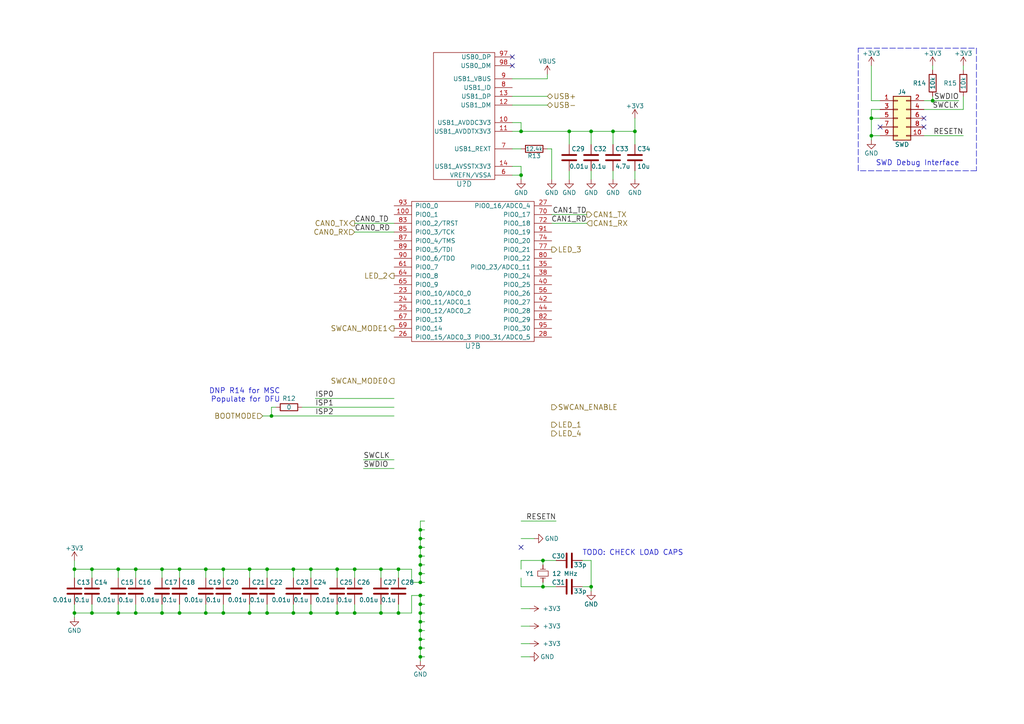
<source format=kicad_sch>
(kicad_sch (version 20231120) (generator "eeschema") (generator_version "8.0")
  (paper "A4")
  (title_block (title "CANtact FD") (rev "A") (company "Linklayer Labs") (comment 2 "CC BY-SA 4.0"))
  (lib_symbols
    (symbol "cantactpro-rescue:+3.3V-power" (power) (pin_names (offset 0))
      (property "Value" "+3.3V-power" (at 0 3.556 0))
      (symbol "+3.3V-power_0_1"
        (polyline (pts (xy -0.762 1.27) (xy 0 2.54)))
        (polyline (pts (xy 0 0) (xy 0 2.54)))
        (polyline (pts (xy 0 2.54) (xy 0.762 1.27)))
      )
      (symbol "+3.3V-power_1_1"
        (pin power_in line (at 0 0 90) (length 0) hide (name "+3V3") (number "1"))
      )
    )
    (symbol "cantactpro-rescue:C-device" (pin_numbers hide) (pin_names (offset 0.254))
      (property "Reference" "C" (at 0.635 2.54 0))
      (property "Value" "C-device" (at 0.635 -2.54 0))
      (symbol "C-device_0_1"
        (polyline (pts (xy -2.032 -0.762) (xy 2.032 -0.762)) (stroke (width 0.508)))
        (polyline (pts (xy -2.032 0.762) (xy 2.032 0.762)) (stroke (width 0.508)))
      )
      (symbol "C-device_1_1"
        (pin passive line (at 0 3.81 270) (length 2.794) (name "~") (number "1"))
        (pin passive line (at 0 -3.81 90) (length 2.794) (name "~") (number "2"))
      )
    )
    (symbol "cantactpro-rescue:Conn_02x05_Odd_Even" (pin_names (offset 1.016) hide)
      (property "Reference" "J" (at 1.27 7.62 0))
      (property "Value" "Conn_02x05_Odd_Even" (at 1.27 -7.62 0))
      (symbol "Conn_02x05_Odd_Even_1_1"
        (rectangle (start -1.27 -4.953) (end 0 -5.207) (stroke (width 0.1524)))
        (rectangle (start -1.27 -2.413) (end 0 -2.667) (stroke (width 0.1524)))
        (rectangle (start -1.27 0.127) (end 0 -0.127) (stroke (width 0.1524)))
        (rectangle (start -1.27 2.667) (end 0 2.413) (stroke (width 0.1524)))
        (rectangle (start -1.27 5.207) (end 0 4.953) (stroke (width 0.1524)))
        (rectangle (start -1.27 6.35) (end 3.81 -6.35) (stroke (width 0.254)) (fill (type background)))
        (rectangle (start 3.81 -4.953) (end 2.54 -5.207) (stroke (width 0.1524)))
        (rectangle (start 3.81 -2.413) (end 2.54 -2.667) (stroke (width 0.1524)))
        (rectangle (start 3.81 0.127) (end 2.54 -0.127) (stroke (width 0.1524)))
        (rectangle (start 3.81 2.667) (end 2.54 2.413) (stroke (width 0.1524)))
        (rectangle (start 3.81 5.207) (end 2.54 4.953) (stroke (width 0.1524)))
        (pin passive line (at -5.08 5.08 0) (length 3.81) (name "Pin_1") (number "1"))
        (pin passive line (at 7.62 -5.08 180) (length 3.81) (name "Pin_10") (number "10"))
        (pin passive line (at 7.62 5.08 180) (length 3.81) (name "Pin_2") (number "2"))
        (pin passive line (at -5.08 2.54 0) (length 3.81) (name "Pin_3") (number "3"))
        (pin passive line (at 7.62 2.54 180) (length 3.81) (name "Pin_4") (number "4"))
        (pin passive line (at -5.08 0 0) (length 3.81) (name "Pin_5") (number "5"))
        (pin passive line (at 7.62 0 180) (length 3.81) (name "Pin_6") (number "6"))
        (pin passive line (at -5.08 -2.54 0) (length 3.81) (name "Pin_7") (number "7"))
        (pin passive line (at 7.62 -2.54 180) (length 3.81) (name "Pin_8") (number "8"))
        (pin passive line (at -5.08 -5.08 0) (length 3.81) (name "Pin_9") (number "9"))
      )
    )
    (symbol "cantactpro-rescue:Crystal_Small-device" (pin_numbers hide) (pin_names (offset 1.016) hide)
      (property "Reference" "Y" (at 0 2.54 0))
      (property "Value" "Crystal_Small-device" (at 0 -2.54 0))
      (symbol "Crystal_Small-device_0_1"
        (rectangle (start -0.762 -1.524) (end 0.762 1.524))
        (polyline (pts (xy -1.27 -0.762) (xy -1.27 0.762)))
        (polyline (pts (xy 1.27 -0.762) (xy 1.27 0.762)))
      )
      (symbol "Crystal_Small-device_1_1"
        (pin passive line (at -2.54 0 0) (length 1.27) (name "1") (number "1"))
        (pin passive line (at 2.54 0 180) (length 1.27) (name "2") (number "2"))
      )
    )
    (symbol "cantactpro-rescue:GND-power" (power) (pin_names (offset 0))
      (property "Value" "GND-power" (at 0 -3.81 0))
      (symbol "GND-power_0_1"
        (polyline (pts (xy 0 0) (xy 0 -1.27) (xy 1.27 -1.27) (xy 0 -2.54) (xy -1.27 -1.27) (xy 0 -1.27)))
      )
      (symbol "GND-power_1_1"
        (pin power_in line (at 0 0 270) (length 0) hide (name "GND") (number "1"))
      )
    )
    (symbol "cantactpro-rescue:R-device" (pin_numbers hide) (pin_names (offset 0))
      (property "Reference" "R" (at 2.032 0 90))
      (property "Value" "R-device" (at 0 0 90))
      (symbol "R-device_0_1"
        (rectangle (start -1.016 -2.54) (end 1.016 2.54) (stroke (width 0.254)))
      )
      (symbol "R-device_1_1"
        (pin passive line (at 0 3.81 270) (length 1.27) (name "~") (number "1"))
        (pin passive line (at 0 -3.81 90) (length 1.27) (name "~") (number "2"))
      )
    )
    (symbol "cantactpro-rescue:VBUS" (power) (pin_names (offset 0))
      (property "Value" "VBUS" (at 0 3.81 0))
      (symbol "VBUS_0_1"
        (polyline (pts (xy -0.762 1.27) (xy 0 2.54)))
        (polyline (pts (xy 0 0) (xy 0 2.54)))
        (polyline (pts (xy 0 2.54) (xy 0.762 1.27)))
      )
      (symbol "VBUS_1_1"
        (pin power_in line (at 0 0 90) (length 0) hide (name "VBUS") (number "1"))
      )
    )
    (symbol "cantactpro:LPC54616J512BD100" (pin_names (offset 1.016))
      (property "Reference" "U" (at 0 -1.27 0))
      (property "Value" "LPC54616J512BD100" (at 1.27 -3.81 0))
      (symbol "LPC54616J512BD100_1_1"
        (rectangle (start -8.89 41.91) (end 8.89 0))
        (pin input line (at -13.97 40.64 0) (length 5.08) (name "VDD") (number "1"))
        (pin input line (at 13.97 24.13 180) (length 5.08) (name "XTALOUT") (number "19"))
        (pin input line (at -13.97 19.05 0) (length 5.08) (name "VSS") (number "2"))
        (pin input line (at 13.97 26.67 180) (length 5.08) (name "XTALIN") (number "20"))
        (pin input line (at -13.97 38.1 0) (length 5.08) (name "VDD") (number "21"))
        (pin input line (at -13.97 16.51 0) (length 5.08) (name "VSS") (number "22"))
        (pin input line (at 13.97 1.27 180) (length 5.08) (name "VSSA") (number "30"))
        (pin input line (at 13.97 5.08 180) (length 5.08) (name "VREFP") (number "31"))
        (pin input line (at 13.97 10.16 180) (length 5.08) (name "VDDA") (number "32"))
        (pin input line (at -13.97 35.56 0) (length 5.08) (name "VDD") (number "33"))
        (pin input line (at -13.97 13.97 0) (length 5.08) (name "VSS") (number "34"))
        (pin input line (at 13.97 15.24 180) (length 5.08) (name "VBAT") (number "45"))
        (pin input line (at 13.97 40.64 180) (length 5.08) (name "RESETN") (number "48"))
        (pin input line (at -13.97 11.43 0) (length 5.08) (name "VSS") (number "49"))
        (pin input line (at -13.97 33.02 0) (length 5.08) (name "VDD") (number "50"))
        (pin input line (at 13.97 35.56 180) (length 5.08) (name "RTCXIN") (number "51"))
        (pin input line (at 13.97 33.02 180) (length 5.08) (name "RTCXOUT") (number "52"))
        (pin input line (at -13.97 8.89 0) (length 5.08) (name "VSS") (number "53"))
        (pin input line (at -13.97 30.48 0) (length 5.08) (name "VDD") (number "54"))
        (pin input line (at -13.97 6.35 0) (length 5.08) (name "VSS") (number "71"))
        (pin input line (at -13.97 27.94 0) (length 5.08) (name "VDD") (number "75"))
        (pin input line (at -13.97 25.4 0) (length 5.08) (name "VDD") (number "76"))
        (pin input line (at -13.97 3.81 0) (length 5.08) (name "VSS") (number "79"))
        (pin input line (at -13.97 1.27 0) (length 5.08) (name "VSS") (number "96"))
        (pin input line (at -13.97 22.86 0) (length 5.08) (name "VDD") (number "99"))
      )
      (symbol "LPC54616J512BD100_2_1"
        (rectangle (start -17.78 40.64) (end 17.78 0))
        (pin input line (at -22.86 36.83 0) (length 5.08) (name "PIO0_1") (number "100"))
        (pin input line (at -22.86 13.97 0) (length 5.08) (name "PIO0_10/ADC0_0") (number "23"))
        (pin input line (at -22.86 11.43 0) (length 5.08) (name "PIO0_11/ADC0_1") (number "24"))
        (pin input line (at -22.86 8.89 0) (length 5.08) (name "PIO0_12/ADC0_2") (number "25"))
        (pin input line (at -22.86 1.27 0) (length 5.08) (name "PIO0_15/ADC0_3") (number "26"))
        (pin input line (at 22.86 39.37 180) (length 5.08) (name "PIO0_16/ADC0_4") (number "27"))
        (pin input line (at 22.86 1.27 180) (length 5.08) (name "PIO0_31/ADC0_5") (number "28"))
        (pin input line (at 22.86 21.59 180) (length 5.08) (name "PIO0_23/ADC0_11") (number "35"))
        (pin input line (at 22.86 19.05 180) (length 5.08) (name "PIO0_24") (number "38"))
        (pin input line (at 22.86 16.51 180) (length 5.08) (name "PIO0_25") (number "40"))
        (pin input line (at 22.86 11.43 180) (length 5.08) (name "PIO0_27") (number "42"))
        (pin input line (at 22.86 8.89 180) (length 5.08) (name "PIO0_28") (number "44"))
        (pin input line (at 22.86 13.97 180) (length 5.08) (name "PIO0_26") (number "56"))
        (pin input line (at -22.86 21.59 0) (length 5.08) (name "PIO0_7") (number "61"))
        (pin input line (at -22.86 19.05 0) (length 5.08) (name "PIO0_8") (number "64"))
        (pin input line (at -22.86 16.51 0) (length 5.08) (name "PIO0_9") (number "65"))
        (pin input line (at -22.86 6.35 0) (length 5.08) (name "PIO0_13") (number "67"))
        (pin input line (at -22.86 3.81 0) (length 5.08) (name "PIO0_14") (number "69"))
        (pin input line (at 22.86 36.83 180) (length 5.08) (name "PIO0_17") (number "70"))
        (pin input line (at 22.86 34.29 180) (length 5.08) (name "PIO0_18") (number "72"))
        (pin input line (at 22.86 29.21 180) (length 5.08) (name "PIO0_20") (number "74"))
        (pin input line (at 22.86 26.67 180) (length 5.08) (name "PIO0_21") (number "77"))
        (pin input line (at 22.86 24.13 180) (length 5.08) (name "PIO0_22") (number "80"))
        (pin input line (at 22.86 6.35 180) (length 5.08) (name "PIO0_29") (number "82"))
        (pin input line (at -22.86 34.29 0) (length 5.08) (name "PIO0_2/TRST") (number "83"))
        (pin input line (at -22.86 31.75 0) (length 5.08) (name "PIO0_3/TCK") (number "85"))
        (pin input line (at -22.86 29.21 0) (length 5.08) (name "PIO0_4/TMS") (number "87"))
        (pin input line (at -22.86 26.67 0) (length 5.08) (name "PIO0_5/TDI") (number "89"))
        (pin input line (at -22.86 24.13 0) (length 5.08) (name "PIO0_6/TDO") (number "90"))
        (pin input line (at 22.86 31.75 180) (length 5.08) (name "PIO0_19") (number "91"))
        (pin input line (at -22.86 39.37 0) (length 5.08) (name "PIO0_0") (number "93"))
        (pin input line (at 22.86 3.81 180) (length 5.08) (name "PIO0_30") (number "95"))
      )
      (symbol "LPC54616J512BD100_3_1"
        (rectangle (start -17.78 40.64) (end 17.78 0))
        (pin input line (at -22.86 24.13 0) (length 5.08) (name "PIO1_6") (number "15"))
        (pin input line (at 22.86 31.75 180) (length 5.08) (name "PIO1_19") (number "16"))
        (pin input line (at 22.86 29.21 180) (length 5.08) (name "PIO1_20") (number "17"))
        (pin input line (at -22.86 21.59 0) (length 5.08) (name "PIO1_7") (number "18"))
        (pin input line (at -22.86 39.37 0) (length 5.08) (name "PIO1_0/ADC0_6") (number "29"))
        (pin input line (at -22.86 29.21 0) (length 5.08) (name "PIO1_4") (number "3"))
        (pin input line (at -22.86 19.05 0) (length 5.08) (name "PIO1_8") (number "36"))
        (pin input line (at 22.86 26.67 180) (length 5.08) (name "PIO1_21") (number "37"))
        (pin input line (at -22.86 16.51 0) (length 5.08) (name "PIO1_9") (number "39"))
        (pin input line (at -22.86 26.67 0) (length 5.08) (name "PIO1_5") (number "4"))
        (pin input line (at -22.86 13.97 0) (length 5.08) (name "PIO1_10") (number "41"))
        (pin input line (at 22.86 24.13 180) (length 5.08) (name "PIO1_22") (number "43"))
        (pin input line (at 22.86 21.59 180) (length 5.08) (name "PIO1_23") (number "46"))
        (pin input line (at 22.86 36.83 180) (length 5.08) (name "PIO1_17") (number "47"))
        (pin input line (at 22.86 34.29 180) (length 5.08) (name "PIO1_18") (number "5"))
        (pin input line (at -22.86 36.83 0) (length 5.08) (name "PIO1_1") (number "55"))
        (pin input line (at 22.86 19.05 180) (length 5.08) (name "PIO1_24") (number "57"))
        (pin input line (at -22.86 34.29 0) (length 5.08) (name "PIO1_2") (number "58"))
        (pin input line (at 22.86 16.51 180) (length 5.08) (name "PIO1_25") (number "59"))
        (pin input line (at -22.86 31.75 0) (length 5.08) (name "PIO1_3") (number "60"))
        (pin input line (at -22.86 8.89 0) (length 5.08) (name "PIO1_12") (number "62"))
        (pin input line (at 22.86 13.97 180) (length 5.08) (name "PIO1_26") (number "63"))
        (pin input line (at -22.86 6.35 0) (length 5.08) (name "PIO1_13") (number "66"))
        (pin input line (at 22.86 11.43 180) (length 5.08) (name "PIO1_27") (number "68"))
        (pin input line (at 22.86 8.89 180) (length 5.08) (name "PIO1_28") (number "73"))
        (pin input line (at -22.86 3.81 0) (length 5.08) (name "PIO1_14") (number "78"))
        (pin input line (at 22.86 6.35 180) (length 5.08) (name "PIO1_29") (number "81"))
        (pin input line (at -22.86 1.27 0) (length 5.08) (name "PIO1_15") (number "84"))
        (pin input line (at 22.86 3.81 180) (length 5.08) (name "PIO1_30") (number "86"))
        (pin input line (at 22.86 39.37 180) (length 5.08) (name "PIO1_16") (number "88"))
        (pin input line (at 22.86 1.27 180) (length 5.08) (name "PIO1_31") (number "92"))
        (pin input line (at -22.86 11.43 0) (length 5.08) (name "PIO1_11") (number "94"))
      )
      (symbol "LPC54616J512BD100_4_1"
        (rectangle (start 8.89 36.83) (end -8.89 0))
        (pin input line (at 13.97 16.51 180) (length 5.08) (name "USB1_AVDDC3V3") (number "10"))
        (pin input line (at 13.97 13.97 180) (length 5.08) (name "USB1_AVDDTX3V3") (number "11"))
        (pin input line (at 13.97 21.59 180) (length 5.08) (name "USB1_DM") (number "12"))
        (pin input line (at 13.97 24.13 180) (length 5.08) (name "USB1_DP") (number "13"))
        (pin input line (at 13.97 3.81 180) (length 5.08) (name "USB1_AVSSTX3V3") (number "14"))
        (pin input line (at 13.97 1.27 180) (length 5.08) (name "VREFN/VSSA") (number "6"))
        (pin input line (at 13.97 8.89 180) (length 5.08) (name "USB1_REXT") (number "7"))
        (pin input line (at 13.97 26.67 180) (length 5.08) (name "USB1_ID") (number "8"))
        (pin input line (at 13.97 29.21 180) (length 5.08) (name "USB1_VBUS") (number "9"))
        (pin input line (at 13.97 35.56 180) (length 5.08) (name "USB0_DP") (number "97"))
        (pin input line (at 13.97 33.02 180) (length 5.08) (name "USB0_DM") (number "98"))
      )
    )
  )
  (junction (at 121.92 177.8))
  (junction (at 270.51 29.21))
  (junction (at 26.67 177.8))
  (junction (at 110.49 177.8))
  (junction (at 121.92 158.75))
  (junction (at 110.49 165.1))
  (junction (at 78.74 120.65))
  (junction (at 39.37 177.8))
  (junction (at 121.92 187.96))
  (junction (at 102.87 165.1))
  (junction (at 184.15 38.1))
  (junction (at 121.92 153.67))
  (junction (at 90.17 177.8))
  (junction (at 121.92 185.42))
  (junction (at 97.79 165.1))
  (junction (at 46.99 177.8))
  (junction (at 157.48 162.56))
  (junction (at 34.29 165.1))
  (junction (at 52.07 165.1))
  (junction (at 121.92 166.37))
  (junction (at 115.57 177.8))
  (junction (at 90.17 165.1))
  (junction (at 26.67 165.1))
  (junction (at 59.69 177.8))
  (junction (at 177.8 38.1))
  (junction (at 121.92 168.91))
  (junction (at 64.77 177.8))
  (junction (at 77.47 165.1))
  (junction (at 157.48 170.18))
  (junction (at 171.45 170.18))
  (junction (at 252.73 39.37))
  (junction (at 121.92 190.5))
  (junction (at 72.39 177.8))
  (junction (at 72.39 165.1))
  (junction (at 97.79 177.8))
  (junction (at 21.59 177.8))
  (junction (at 121.92 182.88))
  (junction (at 121.92 161.29))
  (junction (at 121.92 156.21))
  (junction (at 21.59 165.1))
  (junction (at 77.47 177.8))
  (junction (at 85.09 165.1))
  (junction (at 121.92 163.83))
  (junction (at 151.13 38.1))
  (junction (at 252.73 34.29))
  (junction (at 52.07 177.8))
  (junction (at 121.92 172.72))
  (junction (at 115.57 165.1))
  (junction (at 121.92 175.26))
  (junction (at 171.45 38.1))
  (junction (at 34.29 177.8))
  (junction (at 85.09 177.8))
  (junction (at 102.87 177.8))
  (junction (at 151.13 50.8))
  (junction (at 64.77 165.1))
  (junction (at 59.69 165.1))
  (junction (at 165.1 38.1))
  (junction (at 46.99 165.1))
  (junction (at 121.92 180.34))
  (junction (at 39.37 165.1))
  (no_connect (at 148.59 19.05))
  (no_connect (at 148.59 16.51))
  (no_connect (at 267.97 36.83))
  (no_connect (at 255.27 36.83))
  (no_connect (at 151.13 158.75))
  (no_connect (at 267.97 34.29))
  (no_connect (at 130.81 252.73))
  (wire (pts (xy 64.77 177.8) (xy 72.39 177.8)))
  (wire (pts (xy 148.59 48.26) (xy 151.13 48.26)))
  (wire (pts (xy 110.49 177.8) (xy 115.57 177.8)))
  (wire (pts (xy 121.92 177.8) (xy 121.92 180.34)))
  (wire (pts (xy 46.99 165.1) (xy 52.07 165.1)))
  (wire (pts (xy 177.8 38.1) (xy 184.15 38.1)))
  (wire (pts (xy 151.13 165.1) (xy 151.13 162.56)))
  (wire (pts (xy 121.92 163.83) (xy 123.19 163.83)))
  (polyline (pts (xy 283.21 49.53) (xy 248.92 49.53)) (stroke (width 0) (type dash)))
  (wire (pts (xy 160.02 43.18) (xy 160.02 52.07)))
  (wire (pts (xy 252.73 39.37) (xy 252.73 40.64)))
  (wire (pts (xy 252.73 29.21) (xy 255.27 29.21)))
  (wire (pts (xy 121.92 158.75) (xy 123.19 158.75)))
  (wire (pts (xy 121.92 156.21) (xy 121.92 158.75)))
  (wire (pts (xy 121.92 172.72) (xy 123.19 172.72)))
  (wire (pts (xy 252.73 39.37) (xy 255.27 39.37)))
  (wire (pts (xy 151.13 48.26) (xy 151.13 50.8)))
  (wire (pts (xy 121.92 190.5) (xy 123.19 190.5)))
  (wire (pts (xy 26.67 175.26) (xy 26.67 177.8)))
  (wire (pts (xy 59.69 177.8) (xy 64.77 177.8)))
  (wire (pts (xy 21.59 175.26) (xy 21.59 177.8)))
  (wire (pts (xy 105.41 133.35) (xy 114.3 133.35)))
  (wire (pts (xy 184.15 34.29) (xy 184.15 38.1)))
  (wire (pts (xy 115.57 177.8) (xy 115.57 175.26)))
  (wire (pts (xy 119.38 177.8) (xy 119.38 172.72)))
  (wire (pts (xy 34.29 177.8) (xy 39.37 177.8)))
  (wire (pts (xy 39.37 165.1) (xy 39.37 167.64)))
  (wire (pts (xy 121.92 158.75) (xy 121.92 161.29)))
  (wire (pts (xy 46.99 167.64) (xy 46.99 165.1)))
  (wire (pts (xy 97.79 175.26) (xy 97.79 177.8)))
  (wire (pts (xy 171.45 49.53) (xy 171.45 52.07)))
  (wire (pts (xy 255.27 34.29) (xy 252.73 34.29)))
  (wire (pts (xy 102.87 175.26) (xy 102.87 177.8)))
  (wire (pts (xy 64.77 167.64) (xy 64.77 165.1)))
  (wire (pts (xy 110.49 175.26) (xy 110.49 177.8)))
  (wire (pts (xy 158.75 22.86) (xy 158.75 21.59)))
  (wire (pts (xy 78.74 118.11) (xy 80.01 118.11)))
  (wire (pts (xy 72.39 175.26) (xy 72.39 177.8)))
  (wire (pts (xy 39.37 175.26) (xy 39.37 177.8)))
  (wire (pts (xy 177.8 49.53) (xy 177.8 52.07)))
  (wire (pts (xy 115.57 177.8) (xy 119.38 177.8)))
  (wire (pts (xy 121.92 175.26) (xy 121.92 177.8)))
  (wire (pts (xy 90.17 177.8) (xy 97.79 177.8)))
  (wire (pts (xy 39.37 165.1) (xy 46.99 165.1)))
  (wire (pts (xy 97.79 167.64) (xy 97.79 165.1)))
  (wire (pts (xy 168.91 162.56) (xy 171.45 162.56)))
  (wire (pts (xy 34.29 165.1) (xy 39.37 165.1)))
  (wire (pts (xy 21.59 165.1) (xy 21.59 167.64)))
  (wire (pts (xy 121.92 185.42) (xy 121.92 187.96)))
  (wire (pts (xy 121.92 190.5) (xy 121.92 191.77)))
  (wire (pts (xy 85.09 177.8) (xy 90.17 177.8)))
  (wire (pts (xy 59.69 165.1) (xy 64.77 165.1)))
  (wire (pts (xy 21.59 162.56) (xy 21.59 165.1)))
  (wire (pts (xy 21.59 165.1) (xy 26.67 165.1)))
  (wire (pts (xy 171.45 38.1) (xy 177.8 38.1)))
  (wire (pts (xy 78.74 120.65) (xy 114.3 120.65)))
  (wire (pts (xy 121.92 161.29) (xy 123.19 161.29)))
  (wire (pts (xy 158.75 30.48) (xy 148.59 30.48)))
  (wire (pts (xy 270.51 19.05) (xy 270.51 20.32)))
  (wire (pts (xy 87.63 118.11) (xy 114.3 118.11)))
  (wire (pts (xy 157.48 162.56) (xy 161.29 162.56)))
  (wire (pts (xy 161.29 151.13) (xy 151.13 151.13)))
  (wire (pts (xy 171.45 162.56) (xy 171.45 170.18)))
  (wire (pts (xy 252.73 34.29) (xy 252.73 39.37)))
  (wire (pts (xy 64.77 175.26) (xy 64.77 177.8)))
  (wire (pts (xy 151.13 186.69) (xy 153.67 186.69)))
  (wire (pts (xy 157.48 170.18) (xy 161.29 170.18)))
  (wire (pts (xy 77.47 175.26) (xy 77.47 177.8)))
  (wire (pts (xy 184.15 38.1) (xy 184.15 41.91)))
  (wire (pts (xy 102.87 67.31) (xy 114.3 67.31)))
  (wire (pts (xy 121.92 151.13) (xy 123.19 151.13)))
  (wire (pts (xy 270.51 29.21) (xy 270.51 27.94)))
  (wire (pts (xy 252.73 31.75) (xy 252.73 34.29)))
  (wire (pts (xy 121.92 182.88) (xy 121.92 185.42)))
  (wire (pts (xy 90.17 167.64) (xy 90.17 165.1)))
  (wire (pts (xy 177.8 38.1) (xy 177.8 41.91)))
  (wire (pts (xy 91.44 115.57) (xy 114.3 115.57)))
  (wire (pts (xy 72.39 167.64) (xy 72.39 165.1)))
  (wire (pts (xy 72.39 165.1) (xy 77.47 165.1)))
  (wire (pts (xy 90.17 165.1) (xy 97.79 165.1)))
  (wire (pts (xy 151.13 176.53) (xy 153.67 176.53)))
  (wire (pts (xy 165.1 49.53) (xy 165.1 52.07)))
  (wire (pts (xy 151.13 162.56) (xy 157.48 162.56)))
  (wire (pts (xy 46.99 175.26) (xy 46.99 177.8)))
  (wire (pts (xy 123.19 153.67) (xy 121.92 153.67)))
  (wire (pts (xy 97.79 177.8) (xy 102.87 177.8)))
  (wire (pts (xy 121.92 151.13) (xy 121.92 153.67)))
  (wire (pts (xy 123.19 187.96) (xy 121.92 187.96)))
  (wire (pts (xy 59.69 175.26) (xy 59.69 177.8)))
  (wire (pts (xy 77.47 167.64) (xy 77.47 165.1)))
  (wire (pts (xy 170.18 64.77) (xy 160.02 64.77)))
  (wire (pts (xy 121.92 156.21) (xy 123.19 156.21)))
  (wire (pts (xy 121.92 172.72) (xy 121.92 175.26)))
  (wire (pts (xy 121.92 168.91) (xy 123.19 168.91)))
  (wire (pts (xy 64.77 165.1) (xy 72.39 165.1)))
  (wire (pts (xy 119.38 165.1) (xy 119.38 168.91)))
  (wire (pts (xy 279.4 19.05) (xy 279.4 20.32)))
  (wire (pts (xy 46.99 177.8) (xy 52.07 177.8)))
  (wire (pts (xy 72.39 177.8) (xy 77.47 177.8)))
  (wire (pts (xy 123.19 175.26) (xy 121.92 175.26)))
  (wire (pts (xy 148.59 50.8) (xy 151.13 50.8)))
  (wire (pts (xy 121.92 163.83) (xy 121.92 166.37)))
  (wire (pts (xy 115.57 165.1) (xy 115.57 167.64)))
  (wire (pts (xy 171.45 38.1) (xy 171.45 41.91)))
  (wire (pts (xy 34.29 167.64) (xy 34.29 165.1)))
  (wire (pts (xy 148.59 38.1) (xy 151.13 38.1)))
  (wire (pts (xy 21.59 177.8) (xy 21.59 179.07)))
  (wire (pts (xy 110.49 165.1) (xy 115.57 165.1)))
  (wire (pts (xy 121.92 180.34) (xy 121.92 182.88)))
  (wire (pts (xy 90.17 175.26) (xy 90.17 177.8)))
  (wire (pts (xy 105.41 135.89) (xy 114.3 135.89)))
  (wire (pts (xy 85.09 167.64) (xy 85.09 165.1)))
  (wire (pts (xy 267.97 29.21) (xy 270.51 29.21)))
  (wire (pts (xy 148.59 35.56) (xy 151.13 35.56)))
  (wire (pts (xy 151.13 38.1) (xy 165.1 38.1)))
  (wire (pts (xy 102.87 165.1) (xy 110.49 165.1)))
  (wire (pts (xy 153.67 181.61) (xy 151.13 181.61)))
  (wire (pts (xy 26.67 165.1) (xy 34.29 165.1)))
  (wire (pts (xy 121.92 166.37) (xy 123.19 166.37)))
  (wire (pts (xy 102.87 64.77) (xy 114.3 64.77)))
  (wire (pts (xy 158.75 43.18) (xy 160.02 43.18)))
  (wire (pts (xy 77.47 165.1) (xy 85.09 165.1)))
  (wire (pts (xy 34.29 175.26) (xy 34.29 177.8)))
  (wire (pts (xy 121.92 166.37) (xy 121.92 168.91)))
  (wire (pts (xy 110.49 167.64) (xy 110.49 165.1)))
  (wire (pts (xy 52.07 167.64) (xy 52.07 165.1)))
  (wire (pts (xy 171.45 170.18) (xy 171.45 171.45)))
  (polyline (pts (xy 248.92 49.53) (xy 248.92 13.97)) (stroke (width 0) (type dash)))
  (wire (pts (xy 78.74 120.65) (xy 78.74 118.11)))
  (wire (pts (xy 52.07 177.8) (xy 59.69 177.8)))
  (wire (pts (xy 76.2 120.65) (xy 78.74 120.65)))
  (wire (pts (xy 267.97 31.75) (xy 279.4 31.75)))
  (wire (pts (xy 77.47 177.8) (xy 85.09 177.8)))
  (wire (pts (xy 252.73 19.05) (xy 252.73 29.21)))
  (wire (pts (xy 97.79 165.1) (xy 102.87 165.1)))
  (wire (pts (xy 59.69 167.64) (xy 59.69 165.1)))
  (wire (pts (xy 157.48 170.18) (xy 157.48 168.91)))
  (wire (pts (xy 121.92 177.8) (xy 123.19 177.8)))
  (wire (pts (xy 151.13 170.18) (xy 151.13 167.64)))
  (wire (pts (xy 168.91 170.18) (xy 171.45 170.18)))
  (wire (pts (xy 85.09 165.1) (xy 90.17 165.1)))
  (wire (pts (xy 151.13 156.21) (xy 154.94 156.21)))
  (wire (pts (xy 158.75 27.94) (xy 148.59 27.94)))
  (wire (pts (xy 121.92 187.96) (xy 121.92 190.5)))
  (wire (pts (xy 151.13 50.8) (xy 151.13 52.07)))
  (wire (pts (xy 52.07 175.26) (xy 52.07 177.8)))
  (wire (pts (xy 123.19 182.88) (xy 121.92 182.88)))
  (wire (pts (xy 26.67 167.64) (xy 26.67 165.1)))
  (wire (pts (xy 279.4 31.75) (xy 279.4 27.94)))
  (wire (pts (xy 151.13 170.18) (xy 157.48 170.18)))
  (wire (pts (xy 270.51 29.21) (xy 278.13 29.21)))
  (wire (pts (xy 148.59 22.86) (xy 158.75 22.86)))
  (polyline (pts (xy 248.92 13.97) (xy 283.21 13.97)) (stroke (width 0) (type dash)))
  (wire (pts (xy 184.15 49.53) (xy 184.15 52.07)))
  (wire (pts (xy 52.07 165.1) (xy 59.69 165.1)))
  (wire (pts (xy 121.92 153.67) (xy 121.92 156.21)))
  (wire (pts (xy 102.87 177.8) (xy 110.49 177.8)))
  (wire (pts (xy 255.27 31.75) (xy 252.73 31.75)))
  (wire (pts (xy 119.38 172.72) (xy 121.92 172.72)))
  (wire (pts (xy 279.4 39.37) (xy 267.97 39.37)))
  (wire (pts (xy 165.1 38.1) (xy 171.45 38.1)))
  (wire (pts (xy 157.48 163.83) (xy 157.48 162.56)))
  (wire (pts (xy 170.18 62.23) (xy 160.02 62.23)))
  (polyline (pts (xy 283.21 13.97) (xy 283.21 49.53)) (stroke (width 0) (type dash)))
  (wire (pts (xy 26.67 177.8) (xy 34.29 177.8)))
  (wire (pts (xy 39.37 177.8) (xy 46.99 177.8)))
  (wire (pts (xy 165.1 38.1) (xy 165.1 41.91)))
  (wire (pts (xy 151.13 43.18) (xy 148.59 43.18)))
  (wire (pts (xy 85.09 175.26) (xy 85.09 177.8)))
  (wire (pts (xy 123.19 185.42) (xy 121.92 185.42)))
  (wire (pts (xy 102.87 167.64) (xy 102.87 165.1)))
  (wire (pts (xy 123.19 180.34) (xy 121.92 180.34)))
  (wire (pts (xy 121.92 161.29) (xy 121.92 163.83)))
  (wire (pts (xy 119.38 168.91) (xy 121.92 168.91)))
  (wire (pts (xy 153.67 190.5) (xy 151.13 190.5)))
  (wire (pts (xy 21.59 177.8) (xy 26.67 177.8)))
  (wire (pts (xy 115.57 165.1) (xy 119.38 165.1)))
  (wire (pts (xy 151.13 35.56) (xy 151.13 38.1)))
  (text "TODO: CHECK LOAD CAPS" (at 168.91 161.29 0) (effects (font (size 1.524 1.524)) (justify left bottom)))
  (text "SWD Debug Interface" (at 254 48.26 0) (effects (font (size 1.524 1.524)) (justify left bottom)))
  (text "DNP R14 for MSC\nPopulate for DFU" (at 81.28 116.84 0) (effects (font (size 1.524 1.524)) (justify right bottom)))
  (label "ISP2" (at 91.44 120.65 0) (effects (font (size 1.524 1.524))))
  (label "CAN0_TD" (at 102.87 64.77 0) (effects (font (size 1.524 1.524))))
  (label "CAN1_TD" (at 170.18 62.23 180) (effects (font (size 1.524 1.524))))
  (label "CAN1_RD" (at 170.18 64.77 180) (effects (font (size 1.524 1.524))))
  (label "SWDIO" (at 105.41 135.89 0) (effects (font (size 1.524 1.524))))
  (label "ISP1" (at 91.44 118.11 0) (effects (font (size 1.524 1.524))))
  (label "SWCLK" (at 105.41 133.35 0) (effects (font (size 1.524 1.524))))
  (label "RESETN" (at 161.29 151.13 180) (effects (font (size 1.524 1.524))))
  (label "CAN0_RD" (at 102.87 67.31 0) (effects (font (size 1.524 1.524))))
  (label "RESETN" (at 279.4 39.37 180) (effects (font (size 1.524 1.524))))
  (label "SWDIO" (at 278.13 29.21 180) (effects (font (size 1.524 1.524))))
  (label "ISP0" (at 91.44 115.57 0) (effects (font (size 1.524 1.524))))
  (label "SWCLK" (at 278.13 31.75 180) (effects (font (size 1.524 1.524))))
  (hierarchical_label "CAN1_TX" (shape output) (at 170.18 62.23 0) (effects (font (size 1.524 1.524))))
  (hierarchical_label "CAN1_RX" (shape input) (at 170.18 64.77 0) (effects (font (size 1.524 1.524))))
  (hierarchical_label "BOOTMODE" (shape input) (at 76.2 120.65 180) (effects (font (size 1.524 1.524))))
  (hierarchical_label "SWCAN_MODE1" (shape output) (at 114.3 95.25 180) (effects (font (size 1.524 1.524))))
  (hierarchical_label "USB+" (shape bidirectional) (at 158.75 27.94 0) (effects (font (size 1.524 1.524))))
  (hierarchical_label "LED_4" (shape output) (at 160.02 125.73 0) (effects (font (size 1.524 1.524))))
  (hierarchical_label "USB-" (shape bidirectional) (at 158.75 30.48 0) (effects (font (size 1.524 1.524))))
  (hierarchical_label "SWCAN_MODE0" (shape output) (at 114.3 110.49 180) (effects (font (size 1.524 1.524))))
  (hierarchical_label "SWCAN_ENABLE" (shape output) (at 160.02 118.11 0) (effects (font (size 1.524 1.524))))
  (hierarchical_label "CAN0_TX" (shape output) (at 102.87 64.77 180) (effects (font (size 1.524 1.524))))
  (hierarchical_label "LED_3" (shape output) (at 160.02 72.39 0) (effects (font (size 1.524 1.524))))
  (hierarchical_label "LED_2" (shape output) (at 114.3 80.01 180) (effects (font (size 1.524 1.524))))
  (hierarchical_label "LED_1" (shape output) (at 160.02 123.19 0) (effects (font (size 1.524 1.524))))
  (hierarchical_label "CAN0_RX" (shape input) (at 102.87 67.31 180) (effects (font (size 1.524 1.524))))
  (symbol (lib_id "cantactpro:LPC54616J512BD100") (at 134.62 52.07 0) (unit 4)
    (property "Reference" "U?" (at 134.62 53.34 0) (effects (font (size 1.524 1.524))))
    (property "Value" "LPC54616J512BD100" (effects (hide yes)))
    (property "Footprint" "Housings_QFP:LQFP-100_14x14mm_Pitch0.5mm" (effects (hide yes)))
    (instances (project "" (path "" (reference "U?") (unit 4)) (path "" (reference "U12") (unit 4))))
  )
  (symbol (lib_id "cantactpro-rescue:C-device") (at 115.57 171.45 0) (unit 1)
    (property "Reference" "C28" (at 116.205 168.91 0) (effects (justify left)))
    (property "Value" "0.1u" (at 110.49 173.99 0) (effects (justify left)))
    (property "Footprint" "Capacitors_SMD:C_0603" (effects (hide yes)))
    (property "MPN" "CL10F104ZO8NNNC" (effects (hide yes)))
    (property "DKPN" "311-1343-6-ND" (effects (hide yes)))
  )
  (symbol (lib_id "cantactpro-rescue:GND-power") (at 21.59 179.07 0) (unit 1)
    (property "Reference" "#PWR051" (effects (hide yes)))
    (property "Value" "GND" (at 21.59 182.88 0))
  )
  (symbol (lib_id "cantactpro-rescue:GND-power") (at 121.92 191.77 0) (unit 1)
    (property "Reference" "#PWR052" (effects (hide yes)))
    (property "Value" "GND" (at 121.92 195.58 0))
  )
  (symbol (lib_id "cantactpro-rescue:Conn_02x05_Odd_Even") (at 260.35 34.29 0) (unit 1)
    (property "Reference" "J4" (at 261.62 26.67 0))
    (property "Value" "SWD" (at 261.62 41.91 0))
    (property "Footprint" "Pin_Headers:Pin_Header_Straight_2x05_Pitch1.27mm" (effects (hide yes)))
    (property "MPN" "3220-10-0100-00" (effects (hide yes)))
    (property "DKPN" "1175-1627-ND" (effects (hide yes)))
  )
  (symbol (lib_id "cantactpro-rescue:+3.3V-power") (at 21.59 162.56 0) (unit 1)
    (property "Reference" "#PWR050" (effects (hide yes)))
    (property "Value" "+3V3" (at 21.59 159.004 0))
  )
  (symbol (lib_id "cantactpro-rescue:+3.3V-power") (at 252.73 19.05 0) (unit 1)
    (property "Reference" "#PWR067" (effects (hide yes)))
    (property "Value" "+3V3" (at 252.73 15.494 0))
  )
  (symbol (lib_id "cantactpro-rescue:+3.3V-power") (at 270.51 19.05 0) (unit 1)
    (property "Reference" "#PWR069" (effects (hide yes)))
    (property "Value" "+3V3" (at 270.51 15.494 0))
  )
  (symbol (lib_id "cantactpro-rescue:+3.3V-power") (at 279.4 19.05 0) (unit 1)
    (property "Reference" "#PWR070" (effects (hide yes)))
    (property "Value" "+3V3" (at 279.4 15.494 0))
  )
  (symbol (lib_id "cantactpro-rescue:GND-power") (at 252.73 40.64 0) (unit 1)
    (property "Reference" "#PWR068" (effects (hide yes)))
    (property "Value" "GND" (at 252.73 44.45 0))
  )
  (symbol (lib_id "cantactpro-rescue:Crystal_Small-device") (at 157.48 166.37 90) (unit 1)
    (property "Reference" "Y1" (at 153.67 166.37 90))
    (property "Value" "12 MHz" (at 163.83 166.37 90))
    (property "Footprint" "cantactpro:CSM-3X" (effects (hide yes)))
    (property "MPN" "ECS-120-20-3X-TR" (effects (hide yes)))
    (property "DKPN" "XC1770CT-ND" (effects (hide yes)))
  )
  (symbol (lib_id "cantactpro-rescue:C-device") (at 165.1 162.56 270) (unit 1)
    (property "Reference" "C30" (at 160.02 161.29 90) (effects (justify left)))
    (property "Value" "33p" (at 166.37 163.83 90) (effects (justify left)))
    (property "Footprint" "Capacitors_SMD:C_0603" (effects (hide yes)))
    (property "MPN" "CL10C330JB8NNNC" (effects (hide yes)))
    (property "DKPN" "1276-1070-1-ND" (effects (hide yes)))
  )
  (symbol (lib_id "cantactpro-rescue:GND-power") (at 171.45 171.45 0) (unit 1)
    (property "Reference" "#PWR063" (effects (hide yes)))
    (property "Value" "GND" (at 171.45 175.26 0))
  )
  (symbol (lib_id "cantactpro-rescue:+3.3V-power") (at 153.67 181.61 270) (unit 1)
    (property "Reference" "#PWR055" (effects (hide yes)))
    (property "Value" "+3V3" (at 160.02 181.61 90))
  )
  (symbol (lib_id "cantactpro-rescue:+3.3V-power") (at 153.67 186.69 270) (unit 1)
    (property "Reference" "#PWR056" (effects (hide yes)))
    (property "Value" "+3V3" (at 160.02 186.69 90))
  )
  (symbol (lib_id "cantactpro-rescue:GND-power") (at 153.67 190.5 90) (unit 1)
    (property "Reference" "#PWR057" (effects (hide yes)))
    (property "Value" "GND" (at 158.75 190.5 90))
  )
  (symbol (lib_id "cantactpro:LPC54616J512BD100") (at 137.16 99.06 0) (unit 2)
    (property "Reference" "U?" (at 137.16 100.33 0) (effects (font (size 1.524 1.524))))
    (property "Value" "LPC54616J512BD100" (effects (hide yes)))
    (property "Footprint" "Housings_QFP:LQFP-100_14x14mm_Pitch0.5mm" (effects (hide yes)))
    (instances (project "" (path "" (reference "U?") (unit 2)) (path "" (reference "U12") (unit 3))))
  )
  (symbol (lib_id "cantactpro-rescue:VBUS") (at 158.75 21.59 0) (unit 1)
    (property "Reference" "#PWR059" (effects (hide yes)))
    (property "Value" "VBUS" (at 158.75 17.78 0))
  )
  (symbol (lib_id "cantactpro-rescue:GND-power") (at 151.13 52.07 0) (unit 1)
    (property "Reference" "#PWR053" (effects (hide yes)))
    (property "Value" "GND" (at 151.13 55.88 0))
  )
  (symbol (lib_id "cantactpro-rescue:R-device") (at 154.94 43.18 270) (unit 1)
    (property "Reference" "R13" (at 154.94 45.212 90))
    (property "Value" "12.4k" (at 154.94 43.18 90) (effects (font (size 1.143 1.143))))
    (property "Footprint" "Resistors_SMD:R_0603" (effects (hide yes)))
    (property "MPN" "ERJ-3EKF1242V" (effects (hide yes)))
    (property "DKPN" "P12.4KHTR-ND" (effects (hide yes)))
  )
  (symbol (lib_id "cantactpro-rescue:GND-power") (at 160.02 52.07 0) (unit 1)
    (property "Reference" "#PWR060" (effects (hide yes)))
    (property "Value" "GND" (at 160.02 55.88 0))
  )
  (symbol (lib_id "cantactpro-rescue:C-device") (at 110.49 171.45 0) (unit 1)
    (property "Reference" "C27" (at 111.125 168.91 0) (effects (justify left)))
    (property "Value" "0.01u" (at 104.14 173.99 0) (effects (justify left)))
    (property "Footprint" "Capacitors_SMD:C_0603" (effects (hide yes)))
    (property "MPN" "C0603C103M5RACTU" (effects (hide yes)))
    (property "DKPN" "311-1085-1-ND" (effects (hide yes)))
  )
  (symbol (lib_id "cantactpro-rescue:C-device") (at 102.87 171.45 0) (unit 1)
    (property "Reference" "C26" (at 103.505 168.91 0) (effects (justify left)))
    (property "Value" "0.1u" (at 97.79 173.99 0) (effects (justify left)))
    (property "Footprint" "Capacitors_SMD:C_0603" (effects (hide yes)))
    (property "MPN" "CL10F104ZO8NNNC" (effects (hide yes)))
    (property "DKPN" "311-1343-6-ND" (effects (hide yes)))
  )
  (symbol (lib_id "cantactpro-rescue:C-device") (at 97.79 171.45 0) (unit 1)
    (property "Reference" "C25" (at 98.425 168.91 0) (effects (justify left)))
    (property "Value" "0.01u" (at 91.44 173.99 0) (effects (justify left)))
    (property "Footprint" "Capacitors_SMD:C_0603" (effects (hide yes)))
    (property "MPN" "C0603C103M5RACTU" (effects (hide yes)))
    (property "DKPN" "311-1085-1-ND" (effects (hide yes)))
  )
  (symbol (lib_id "cantactpro-rescue:C-device") (at 90.17 171.45 0) (unit 1)
    (property "Reference" "C24" (at 90.805 168.91 0) (effects (justify left)))
    (property "Value" "0.1u" (at 85.09 173.99 0) (effects (justify left)))
    (property "Footprint" "Capacitors_SMD:C_0603" (effects (hide yes)))
    (property "MPN" "CL10F104ZO8NNNC" (effects (hide yes)))
    (property "DKPN" "311-1343-6-ND" (effects (hide yes)))
  )
  (symbol (lib_id "cantactpro-rescue:C-device") (at 85.09 171.45 0) (unit 1)
    (property "Reference" "C23" (at 85.725 168.91 0) (effects (justify left)))
    (property "Value" "0.01u" (at 78.74 173.99 0) (effects (justify left)))
    (property "Footprint" "Capacitors_SMD:C_0603" (effects (hide yes)))
    (property "MPN" "C0603C103M5RACTU" (effects (hide yes)))
    (property "DKPN" "311-1085-1-ND" (effects (hide yes)))
  )
  (symbol (lib_id "cantactpro-rescue:C-device") (at 77.47 171.45 0) (unit 1)
    (property "Reference" "C22" (at 78.105 168.91 0) (effects (justify left)))
    (property "Value" "0.1u" (at 72.39 173.99 0) (effects (justify left)))
    (property "Footprint" "Capacitors_SMD:C_0603" (effects (hide yes)))
    (property "MPN" "CL10F104ZO8NNNC" (effects (hide yes)))
    (property "DKPN" "311-1343-6-ND" (effects (hide yes)))
  )
  (symbol (lib_id "cantactpro-rescue:C-device") (at 72.39 171.45 0) (unit 1)
    (property "Reference" "C21" (at 73.025 168.91 0) (effects (justify left)))
    (property "Value" "0.01u" (at 66.04 173.99 0) (effects (justify left)))
    (property "Footprint" "Capacitors_SMD:C_0603" (effects (hide yes)))
    (property "MPN" "C0603C103M5RACTU" (effects (hide yes)))
    (property "DKPN" "311-1085-1-ND" (effects (hide yes)))
  )
  (symbol (lib_id "cantactpro-rescue:C-device") (at 64.77 171.45 0) (unit 1)
    (property "Reference" "C20" (at 65.405 168.91 0) (effects (justify left)))
    (property "Value" "0.1u" (at 59.69 173.99 0) (effects (justify left)))
    (property "Footprint" "Capacitors_SMD:C_0603" (effects (hide yes)))
    (property "MPN" "CL10F104ZO8NNNC" (effects (hide yes)))
    (property "DKPN" "311-1343-6-ND" (effects (hide yes)))
  )
  (symbol (lib_id "cantactpro-rescue:C-device") (at 59.69 171.45 0) (unit 1)
    (property "Reference" "C19" (at 60.325 168.91 0) (effects (justify left)))
    (property "Value" "0.01u" (at 53.34 173.99 0) (effects (justify left)))
    (property "Footprint" "Capacitors_SMD:C_0603" (effects (hide yes)))
    (property "MPN" "C0603C103M5RACTU" (effects (hide yes)))
    (property "DKPN" "311-1085-1-ND" (effects (hide yes)))
  )
  (symbol (lib_id "cantactpro-rescue:C-device") (at 52.07 171.45 0) (unit 1)
    (property "Reference" "C18" (at 52.705 168.91 0) (effects (justify left)))
    (property "Value" "0.1u" (at 46.99 173.99 0) (effects (justify left)))
    (property "Footprint" "Capacitors_SMD:C_0603" (effects (hide yes)))
    (property "MPN" "CL10F104ZO8NNNC" (effects (hide yes)))
    (property "DKPN" "311-1343-6-ND" (effects (hide yes)))
  )
  (symbol (lib_id "cantactpro-rescue:C-device") (at 46.99 171.45 0) (unit 1)
    (property "Reference" "C17" (at 47.625 168.91 0) (effects (justify left)))
    (property "Value" "0.01u" (at 40.64 173.99 0) (effects (justify left)))
    (property "Footprint" "Capacitors_SMD:C_0603" (effects (hide yes)))
    (property "MPN" "C0603C103M5RACTU" (effects (hide yes)))
    (property "DKPN" "311-1085-1-ND" (effects (hide yes)))
  )
  (symbol (lib_id "cantactpro-rescue:C-device") (at 39.37 171.45 0) (unit 1)
    (property "Reference" "C16" (at 40.005 168.91 0) (effects (justify left)))
    (property "Value" "0.1u" (at 34.29 173.99 0) (effects (justify left)))
    (property "Footprint" "Capacitors_SMD:C_0603" (effects (hide yes)))
    (property "MPN" "CL10F104ZO8NNNC" (effects (hide yes)))
    (property "DKPN" "311-1343-6-ND" (effects (hide yes)))
  )
  (symbol (lib_id "cantactpro-rescue:C-device") (at 34.29 171.45 0) (unit 1)
    (property "Reference" "C15" (at 34.925 168.91 0) (effects (justify left)))
    (property "Value" "0.01u" (at 27.94 173.99 0) (effects (justify left)))
    (property "Footprint" "Capacitors_SMD:C_0603" (effects (hide yes)))
    (property "MPN" "C0603C103M5RACTU" (effects (hide yes)))
    (property "DKPN" "311-1085-1-ND" (effects (hide yes)))
  )
  (symbol (lib_id "cantactpro-rescue:C-device") (at 26.67 171.45 0) (unit 1)
    (property "Reference" "C14" (at 27.305 168.91 0) (effects (justify left)))
    (property "Value" "0.1u" (at 21.59 173.99 0) (effects (justify left)))
    (property "Footprint" "Capacitors_SMD:C_0603" (effects (hide yes)))
    (property "MPN" "CL10F104ZO8NNNC" (effects (hide yes)))
    (property "DKPN" "311-1343-6-ND" (effects (hide yes)))
  )
  (symbol (lib_id "cantactpro-rescue:C-device") (at 21.59 171.45 0) (unit 1)
    (property "Reference" "C13" (at 22.225 168.91 0) (effects (justify left)))
    (property "Value" "0.01u" (at 15.24 173.99 0) (effects (justify left)))
    (property "Footprint" "Capacitors_SMD:C_0603" (effects (hide yes)))
    (property "MPN" "C0603C103M5RACTU" (effects (hide yes)))
    (property "DKPN" "311-1085-1-ND" (effects (hide yes)))
  )
  (symbol (lib_id "cantactpro-rescue:C-device") (at 165.1 45.72 0) (unit 1)
    (property "Reference" "C29" (at 165.735 43.18 0) (effects (justify left)))
    (property "Value" "0.01u" (at 165.1 48.26 0) (effects (justify left)))
    (property "Footprint" "Capacitors_SMD:C_0603" (effects (hide yes)))
    (property "MPN" "C0603C103M5RACTU" (effects (hide yes)))
    (property "DKPN" "311-1085-1-ND" (effects (hide yes)))
  )
  (symbol (lib_id "cantactpro-rescue:C-device") (at 171.45 45.72 0) (unit 1)
    (property "Reference" "C32" (at 172.085 43.18 0) (effects (justify left)))
    (property "Value" "0.1u" (at 171.45 48.26 0) (effects (justify left)))
    (property "Footprint" "Capacitors_SMD:C_0603" (effects (hide yes)))
    (property "MPN" "CL10F104ZO8NNNC" (effects (hide yes)))
    (property "DKPN" "311-1343-6-ND" (effects (hide yes)))
  )
  (symbol (lib_id "cantactpro-rescue:C-device") (at 177.8 45.72 0) (unit 1)
    (property "Reference" "C33" (at 178.435 43.18 0) (effects (justify left)))
    (property "Value" "4.7u" (at 178.435 48.26 0) (effects (justify left)))
    (property "Footprint" "Capacitors_SMD:C_0805" (effects (hide yes)))
    (property "MPN" "CL21A475KAQNNNG" (effects (hide yes)))
    (property "DKPN" "1276-6464-1-ND" (effects (hide yes)))
  )
  (symbol (lib_id "cantactpro-rescue:C-device") (at 184.15 45.72 0) (unit 1)
    (property "Reference" "C34" (at 184.785 43.18 0) (effects (justify left)))
    (property "Value" "10u" (at 184.785 48.26 0) (effects (justify left)))
    (property "Footprint" "Capacitors_SMD:C_0805" (effects (hide yes)))
    (property "MPN" "CL21A106KPFNNNG" (effects (hide yes)))
    (property "DKPN" "1276-6456-1-ND" (effects (hide yes)))
  )
  (symbol (lib_id "cantactpro-rescue:GND-power") (at 165.1 52.07 0) (unit 1)
    (property "Reference" "#PWR061" (effects (hide yes)))
    (property "Value" "GND" (at 165.1 55.88 0))
  )
  (symbol (lib_id "cantactpro-rescue:GND-power") (at 171.45 52.07 0) (unit 1)
    (property "Reference" "#PWR062" (effects (hide yes)))
    (property "Value" "GND" (at 171.45 55.88 0))
  )
  (symbol (lib_id "cantactpro-rescue:GND-power") (at 177.8 52.07 0) (unit 1)
    (property "Reference" "#PWR064" (effects (hide yes)))
    (property "Value" "GND" (at 177.8 55.88 0))
  )
  (symbol (lib_id "cantactpro-rescue:GND-power") (at 184.15 52.07 0) (unit 1)
    (property "Reference" "#PWR066" (effects (hide yes)))
    (property "Value" "GND" (at 184.15 55.88 0))
  )
  (symbol (lib_id "cantactpro-rescue:+3.3V-power") (at 184.15 34.29 0) (unit 1)
    (property "Reference" "#PWR065" (effects (hide yes)))
    (property "Value" "+3V3" (at 184.15 30.734 0))
  )
  (symbol (lib_id "cantactpro-rescue:GND-power") (at 154.94 156.21 90) (unit 1)
    (property "Reference" "#PWR058" (effects (hide yes)))
    (property "Value" "GND" (at 160.02 156.21 90))
  )
  (symbol (lib_id "cantactpro-rescue:+3.3V-power") (at 153.67 176.53 270) (unit 1)
    (property "Reference" "#PWR054" (effects (hide yes)))
    (property "Value" "+3V3" (at 160.02 176.53 90))
  )
  (symbol (lib_id "cantactpro-rescue:C-device") (at 165.1 170.18 270) (unit 1)
    (property "Reference" "C31" (at 160.02 168.91 90) (effects (justify left)))
    (property "Value" "33p" (at 166.37 171.45 90) (effects (justify left)))
    (property "Footprint" "Capacitors_SMD:C_0603" (effects (hide yes)))
    (property "MPN" "CL10C330JB8NNNC" (effects (hide yes)))
    (property "DKPN" "1276-1070-1-ND" (effects (hide yes)))
  )
  (symbol (lib_id "cantactpro-rescue:R-device") (at 83.82 118.11 270) (unit 1)
    (property "Reference" "R12" (at 83.82 115.57 90))
    (property "Value" "0" (at 83.82 118.11 90))
    (property "Footprint" "Resistors_SMD:R_0603" (effects (hide yes)))
    (property "MPN" "RC0603JR-070RL" (effects (hide yes)))
    (property "DKPN" "311-0.0GRCT-ND" (effects (hide yes)))
  )
  (symbol (lib_id "cantactpro-rescue:R-device") (at 270.51 24.13 180) (unit 1)
    (property "Reference" "R14" (at 266.7 24.13 0))
    (property "Value" "10k" (at 270.51 24.13 90))
    (property "Footprint" "Resistors_SMD:R_0603" (effects (hide yes)))
    (property "MPN" "RC0603JR-0710KL" (effects (hide yes)))
    (property "DKPN" "311-10KGRCT-ND" (effects (hide yes)))
  )
  (symbol (lib_id "cantactpro-rescue:R-device") (at 279.4 24.13 180) (unit 1)
    (property "Reference" "R15" (at 275.59 24.13 0))
    (property "Value" "10k" (at 279.4 24.13 90))
    (property "Footprint" "Resistors_SMD:R_0603" (effects (hide yes)))
    (property "MPN" "RC0603JR-0710KL" (effects (hide yes)))
    (property "DKPN" "311-10KGRCT-ND" (effects (hide yes)))
  )
)
</source>
